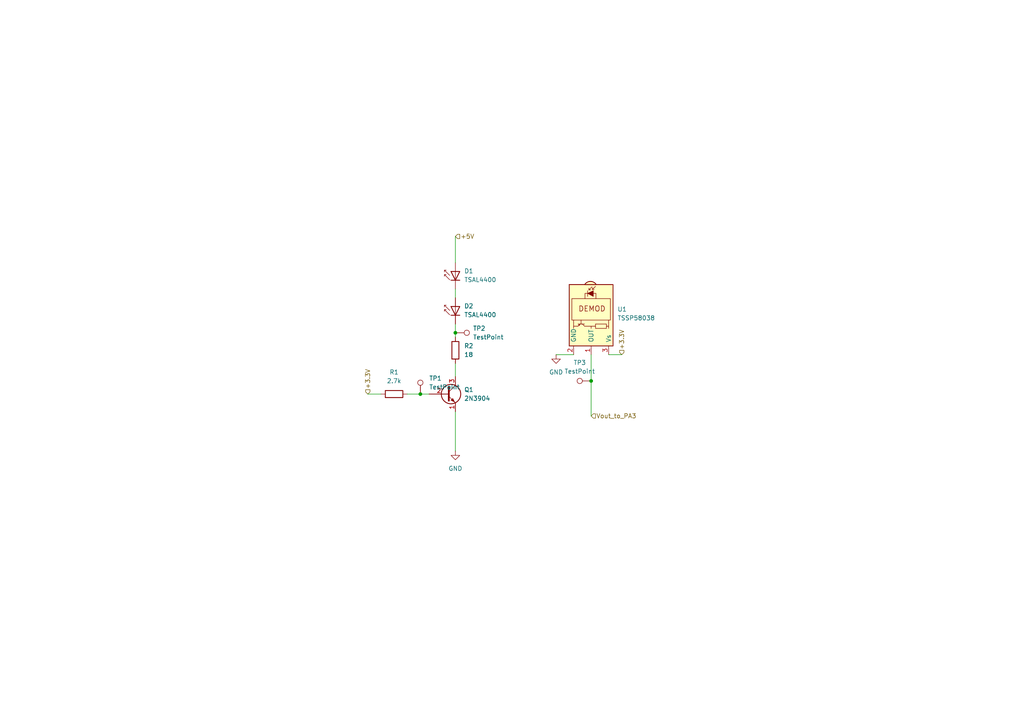
<source format=kicad_sch>
(kicad_sch (version 20231120) (generator "eeschema") (generator_version "8.0")
  (paper "A4")
  (lib_symbols
    (symbol "Connector:TestPoint" (pin_numbers hide) (pin_names (offset 0.762) hide)
      (property "Reference" "TP" (at 0 6.858 0))
      (property "Value" "TestPoint" (at 0 5.08 0))
      (symbol "TestPoint_0_1"
        (circle (center 0 3.302) (radius 0.762))
      )
      (symbol "TestPoint_1_1"
        (pin passive line (at 0 0 90) (length 2.54) (name "1") (number "1"))
      )
    )
    (symbol "Device:R" (pin_numbers hide) (pin_names (offset 0))
      (property "Reference" "R" (at 2.032 0 90))
      (property "Value" "R" (at 0 0 90))
      (symbol "R_0_1"
        (rectangle (start -1.016 -2.54) (end 1.016 2.54) (stroke (width 0.254)))
      )
      (symbol "R_1_1"
        (pin passive line (at 0 3.81 270) (length 1.27) (name "~") (number "1"))
        (pin passive line (at 0 -3.81 90) (length 1.27) (name "~") (number "2"))
      )
    )
    (symbol "LED:TSAL4400" (pin_numbers hide) (pin_names (offset 1.016) hide)
      (property "Reference" "D" (at 0.508 1.778 0))
      (property "Value" "TSAL4400" (at -1.016 -2.794 0))
      (symbol "TSAL4400_0_1"
        (polyline (pts (xy -2.54 1.27) (xy -2.54 -1.27)) (stroke (width 0.254)))
        (polyline (pts (xy 0 0) (xy -2.54 0)))
        (polyline (pts (xy 0.381 3.175) (xy -0.127 3.175)))
        (polyline (pts (xy -1.143 1.651) (xy 0.381 3.175) (xy 0.381 2.667)))
        (polyline (pts (xy 0 1.27) (xy -2.54 0) (xy 0 -1.27) (xy 0 1.27)) (stroke (width 0.254)))
        (polyline (pts (xy -2.413 1.651) (xy -0.889 3.175) (xy -0.889 2.667) (xy -0.889 3.175) (xy -1.397 3.175)))
      )
      (symbol "TSAL4400_1_1"
        (pin passive line (at -5.08 0 0) (length 2.54) (name "K") (number "1"))
        (pin passive line (at 2.54 0 180) (length 2.54) (name "A") (number "2"))
      )
    )
    (symbol "Sensor_Proximity:TSSP58038" (pin_names (offset 1.016))
      (property "Reference" "U" (at -10.16 7.62 0))
      (property "Value" "TSSP58038" (at -10.16 -7.62 0))
      (symbol "TSSP58038_0_0"
        (arc (start -10.287 1.397) (mid -11.0899 -0.1852) (end -10.287 -1.778) (stroke (width 0.254)) (fill (type background)))
        (polyline (pts (xy 1.905 -5.08) (xy 0.127 -5.08)))
        (polyline (pts (xy 1.905 5.08) (xy 0.127 5.08)))
        (text "DEMOD" (at -3.175 0.254 900) (effects (font (size 1.524 1.524))))
      )
      (symbol "TSSP58038_0_1"
        (rectangle (start -6.096 5.588) (end 0.127 -5.588))
        (polyline (pts (xy -8.763 0.381) (xy -9.652 1.27)))
        (polyline (pts (xy -8.763 0.381) (xy -9.271 0.381)))
        (polyline (pts (xy -8.763 0.381) (xy -8.763 0.889)))
        (polyline (pts (xy -8.636 -0.635) (xy -9.525 0.254)))
        (polyline (pts (xy -8.636 -0.635) (xy -9.144 -0.635)))
        (polyline (pts (xy -8.636 -0.635) (xy -8.636 -0.127)))
        (polyline (pts (xy -8.382 -1.016) (xy -6.731 -1.016)))
        (polyline (pts (xy 1.27 -2.921) (xy 0.127 -2.921)))
        (polyline (pts (xy 1.27 -1.905) (xy 1.27 -3.81)))
        (polyline (pts (xy 1.397 -3.556) (xy 1.524 -3.556)))
        (polyline (pts (xy 1.651 -3.556) (xy 1.524 -3.556)))
        (polyline (pts (xy 1.651 -3.556) (xy 1.651 -3.302)))
        (polyline (pts (xy 1.905 0) (xy 1.905 1.27)))
        (polyline (pts (xy 1.905 4.445) (xy 1.905 5.08) (xy 2.54 5.08)))
        (polyline (pts (xy -8.382 0.635) (xy -6.731 0.635) (xy -7.62 -1.016) (xy -8.382 0.635)) (fill (type outline)))
        (polyline (pts (xy -6.096 1.397) (xy -7.62 1.397) (xy -7.62 -1.778) (xy -6.096 -1.778)))
        (polyline (pts (xy 1.27 -3.175) (xy 1.905 -3.81) (xy 1.905 -5.08) (xy 2.54 -5.08)))
        (polyline (pts (xy 1.27 -2.54) (xy 1.905 -1.905) (xy 1.905 0) (xy 2.54 0)))
        (rectangle (start 2.54 1.27) (end 1.27 4.445))
        (rectangle (start 7.62 6.35) (end -10.16 -6.35) (stroke (width 0.254)) (fill (type background)))
      )
      (symbol "TSSP58038_1_1"
        (pin output line (at 10.16 0 180) (length 2.54) (name "OUT") (number "1"))
        (pin power_in line (at 10.16 -5.08 180) (length 2.54) (name "GND") (number "2"))
        (pin power_in line (at 10.16 5.08 180) (length 2.54) (name "Vs") (number "3"))
      )
    )
    (symbol "Transistor_BJT:2N3904" (pin_names (offset 0) hide)
      (property "Reference" "Q" (at 5.08 1.905 0))
      (property "Value" "2N3904" (at 5.08 0 0))
      (symbol "2N3904_0_1"
        (polyline (pts (xy 0.635 0.635) (xy 2.54 2.54)))
        (polyline (pts (xy 0.635 -0.635) (xy 2.54 -2.54) (xy 2.54 -2.54)))
        (polyline (pts (xy 0.635 1.905) (xy 0.635 -1.905) (xy 0.635 -1.905)) (stroke (width 0.508)))
        (polyline (pts (xy 1.27 -1.778) (xy 1.778 -1.27) (xy 2.286 -2.286) (xy 1.27 -1.778) (xy 1.27 -1.778)) (fill (type outline)))
        (circle (center 1.27 0) (radius 2.8194) (stroke (width 0.254)))
      )
      (symbol "2N3904_1_1"
        (pin passive line (at 2.54 -5.08 90) (length 2.54) (name "E") (number "1"))
        (pin passive line (at -5.08 0 0) (length 5.715) (name "B") (number "2"))
        (pin passive line (at 2.54 5.08 270) (length 2.54) (name "C") (number "3"))
      )
    )
    (symbol "power:GND" (power) (pin_numbers hide) (pin_names (offset 0) hide)
      (property "Value" "GND" (at 0 -3.81 0))
      (symbol "GND_0_1"
        (polyline (pts (xy 0 0) (xy 0 -1.27) (xy 1.27 -1.27) (xy 0 -2.54) (xy -1.27 -1.27) (xy 0 -1.27)))
      )
      (symbol "GND_1_1"
        (pin power_in line (at 0 0 270) (length 0) (name "~") (number "1"))
      )
    )
  )
  (junction (at 171.45 110.49))
  (junction (at 121.92 114.3))
  (junction (at 132.08 96.52))
  (wire (pts (xy 132.08 68.58) (xy 132.08 76.2)))
  (wire (pts (xy 118.11 114.3) (xy 121.92 114.3)))
  (wire (pts (xy 132.08 105.41) (xy 132.08 109.22)))
  (wire (pts (xy 161.29 102.87) (xy 166.37 102.87)))
  (wire (pts (xy 121.92 114.3) (xy 124.46 114.3)))
  (wire (pts (xy 171.45 110.49) (xy 171.45 120.65)))
  (wire (pts (xy 132.08 119.38) (xy 132.08 130.81)))
  (wire (pts (xy 171.45 102.87) (xy 171.45 110.49)))
  (wire (pts (xy 132.08 83.82) (xy 132.08 86.36)))
  (wire (pts (xy 176.53 102.87) (xy 180.34 102.87)))
  (wire (pts (xy 132.08 96.52) (xy 132.08 97.79)))
  (wire (pts (xy 132.08 93.98) (xy 132.08 96.52)))
  (wire (pts (xy 106.68 114.3) (xy 110.49 114.3)))
  (hierarchical_label "+3.3V" (shape input) (at 106.68 114.3 90))
  (hierarchical_label "Vout_to_PA3" (shape input) (at 171.45 120.65 0))
  (hierarchical_label "+3.3V" (shape input) (at 180.34 102.87 90))
  (hierarchical_label "+5V" (shape input) (at 132.08 68.58 0))
  (symbol (lib_id "Transistor_BJT:2N3904") (at 129.54 114.3 0) (unit 1)
    (property "Reference" "Q1" (at 134.62 113.0299 0) (effects (justify left)))
    (property "Value" "2N3904" (at 134.62 115.5699 0) (effects (justify left)))
    (property "Footprint" "Package_TO_SOT_THT:TO-92_Inline" (effects (hide yes)))
    (property "Datasheet" "https://www.onsemi.com/pub/Collateral/2N3903-D.PDF" (effects (hide yes)))
    (property "Description" "0.2A Ic, 40V Vce, Small Signal NPN Transistor, TO-92" (effects (hide yes)))
  )
  (symbol (lib_id "LED:TSAL4400") (at 132.08 78.74 90) (unit 1)
    (property "Reference" "D1" (at 134.62 78.6129 90) (effects (justify right)))
    (property "Value" "TSAL4400" (at 134.62 81.1529 90) (effects (justify right)))
    (property "Footprint" "LED_THT:LED_D3.0mm_IRBlack" (effects (hide yes)))
    (property "Datasheet" "http://www.vishay.com/docs/81006/tsal4400.pdf" (effects (hide yes)))
    (property "Description" "Infrared LED , 3mm LED package" (effects (hide yes)))
  )
  (symbol (lib_id "Sensor_Proximity:TSSP58038") (at 171.45 92.71 270) (unit 1)
    (property "Reference" "U1" (at 179.07 89.7049 90) (effects (justify left)))
    (property "Value" "TSSP58038" (at 179.07 92.2449 90) (effects (justify left)))
    (property "Footprint" "OptoDevice:Vishay_MINICAST-3Pin" (effects (hide yes)))
    (property "Datasheet" "http://www.vishay.com/docs/82476/tssp58p38.pdf" (effects (hide yes)))
    (property "Description" "IR Detector for Mid Range Proximity Sensor" (effects (hide yes)))
  )
  (symbol (lib_id "Connector:TestPoint") (at 132.08 96.52 270) (unit 1)
    (property "Reference" "TP2" (at 137.16 95.2499 90) (effects (justify left)))
    (property "Value" "TestPoint" (at 137.16 97.7899 90) (effects (justify left)))
    (property "Description" "test point" (effects (hide yes)))
  )
  (symbol (lib_id "power:GND") (at 132.08 130.81 0) (unit 1)
    (property "Reference" "#PWR03" (effects (hide yes)))
    (property "Value" "GND" (at 132.08 135.89 0))
    (property "Description" "Power symbol creates a global label with name \"GND\" , ground" (effects (hide yes)))
  )
  (symbol (lib_id "Device:R") (at 114.3 114.3 270) (unit 1)
    (property "Reference" "R1" (at 114.3 107.95 90))
    (property "Value" "2.7k" (at 114.3 110.49 90))
    (property "Description" "Resistor" (effects (hide yes)))
  )
  (symbol (lib_id "Connector:TestPoint") (at 171.45 110.49 90) (unit 1)
    (property "Reference" "TP3" (at 168.148 105.1731 90))
    (property "Value" "TestPoint" (at 168.148 107.7131 90))
    (property "Description" "test point" (effects (hide yes)))
  )
  (symbol (lib_id "Connector:TestPoint") (at 121.92 114.3 0) (unit 1)
    (property "Reference" "TP1" (at 124.46 109.7279 0) (effects (justify left)))
    (property "Value" "TestPoint" (at 124.46 112.2679 0) (effects (justify left)))
    (property "Description" "test point" (effects (hide yes)))
  )
  (symbol (lib_id "Device:R") (at 132.08 101.6 180) (unit 1)
    (property "Reference" "R2" (at 134.62 100.3299 0) (effects (justify right)))
    (property "Value" "18" (at 134.62 102.8699 0) (effects (justify right)))
    (property "Description" "Resistor" (effects (hide yes)))
  )
  (symbol (lib_id "power:GND") (at 161.29 102.87 0) (unit 1)
    (property "Reference" "#PWR04" (effects (hide yes)))
    (property "Value" "GND" (at 161.29 107.95 0))
    (property "Description" "Power symbol creates a global label with name \"GND\" , ground" (effects (hide yes)))
  )
  (symbol (lib_id "LED:TSAL4400") (at 132.08 88.9 90) (unit 1)
    (property "Reference" "D2" (at 134.62 88.7729 90) (effects (justify right)))
    (property "Value" "TSAL4400" (at 134.62 91.3129 90) (effects (justify right)))
    (property "Footprint" "LED_THT:LED_D3.0mm_IRBlack" (effects (hide yes)))
    (property "Datasheet" "http://www.vishay.com/docs/81006/tsal4400.pdf" (effects (hide yes)))
    (property "Description" "Infrared LED , 3mm LED package" (effects (hide yes)))
  )
)
</source>
